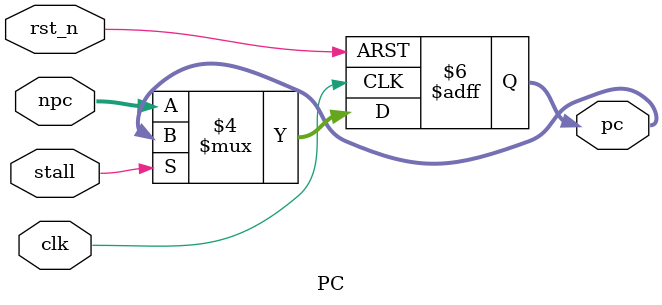
<source format=v>
module PC (
    input  wire        clk  ,
    input  wire        rst_n,
    input  wire        stall,
    input  wire [31:0] npc  ,

    output reg  [31:0] pc
);

always @ (posedge clk or negedge rst_n) begin
    if (~rst_n)     pc <= -4;
    else if (stall) pc <= pc;
    else            pc <= npc;
end

endmodule

</source>
